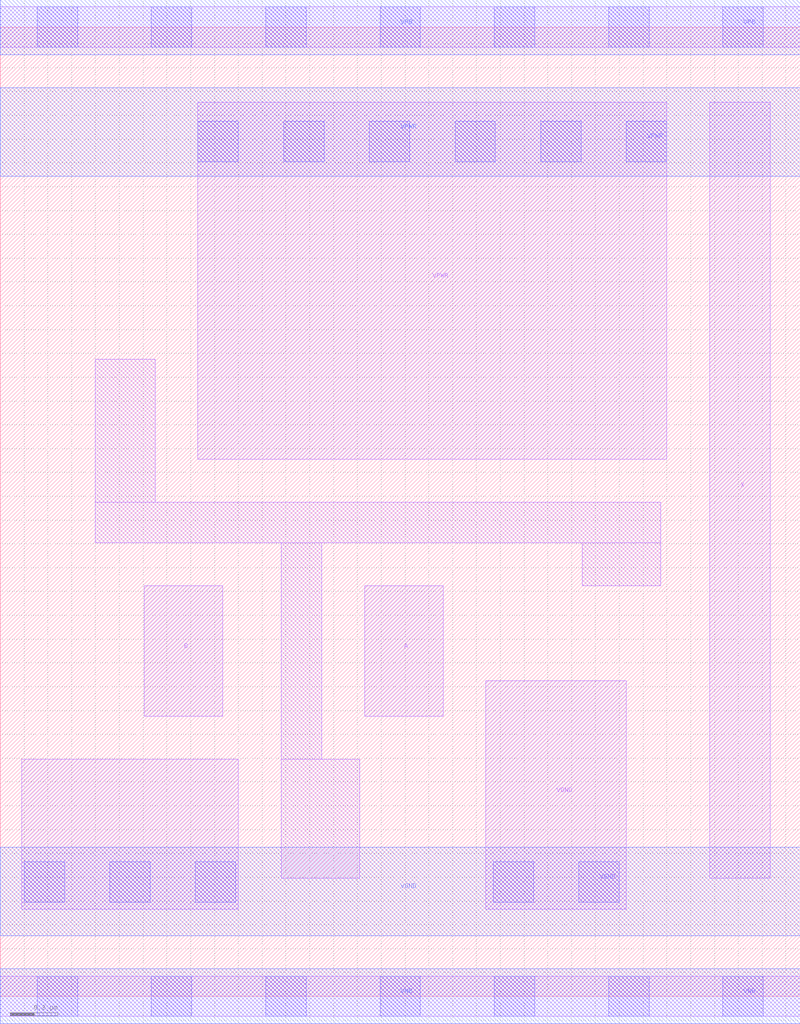
<source format=lef>
# Copyright 2020 The SkyWater PDK Authors
#
# Licensed under the Apache License, Version 2.0 (the "License");
# you may not use this file except in compliance with the License.
# You may obtain a copy of the License at
#
#     https://www.apache.org/licenses/LICENSE-2.0
#
# Unless required by applicable law or agreed to in writing, software
# distributed under the License is distributed on an "AS IS" BASIS,
# WITHOUT WARRANTIES OR CONDITIONS OF ANY KIND, either express or implied.
# See the License for the specific language governing permissions and
# limitations under the License.
#
# SPDX-License-Identifier: Apache-2.0

VERSION 5.7 ;
  NAMESCASESENSITIVE ON ;
  NOWIREEXTENSIONATPIN ON ;
  DIVIDERCHAR "/" ;
  BUSBITCHARS "[]" ;
UNITS
  DATABASE MICRONS 200 ;
END UNITS
MACRO sky130_fd_sc_hvl__or2_1
  CLASS CORE ;
  SOURCE USER ;
  FOREIGN sky130_fd_sc_hvl__or2_1 ;
  ORIGIN  0.000000  0.000000 ;
  SIZE  3.360000 BY  4.070000 ;
  SYMMETRY X Y ;
  SITE unithv ;
  PIN A
    ANTENNAGATEAREA  0.420000 ;
    DIRECTION INPUT ;
    USE SIGNAL ;
    PORT
      LAYER li1 ;
        RECT 1.530000 1.175000 1.860000 1.725000 ;
    END
  END A
  PIN B
    ANTENNAGATEAREA  0.420000 ;
    DIRECTION INPUT ;
    USE SIGNAL ;
    PORT
      LAYER li1 ;
        RECT 0.605000 1.175000 0.935000 1.725000 ;
    END
  END B
  PIN X
    ANTENNADIFFAREA  0.641250 ;
    DIRECTION OUTPUT ;
    USE SIGNAL ;
    PORT
      LAYER li1 ;
        RECT 2.980000 0.495000 3.235000 3.755000 ;
    END
  END X
  PIN VGND
    DIRECTION INOUT ;
    USE GROUND ;
    PORT
      LAYER li1 ;
        RECT 0.090000 0.365000 1.000000 0.995000 ;
        RECT 2.040000 0.365000 2.630000 1.325000 ;
      LAYER mcon ;
        RECT 0.100000 0.395000 0.270000 0.565000 ;
        RECT 0.460000 0.395000 0.630000 0.565000 ;
        RECT 0.820000 0.395000 0.990000 0.565000 ;
        RECT 2.070000 0.395000 2.240000 0.565000 ;
        RECT 2.430000 0.395000 2.600000 0.565000 ;
      LAYER met1 ;
        RECT 0.000000 0.255000 3.360000 0.625000 ;
    END
  END VGND
  PIN VNB
    DIRECTION INOUT ;
    USE GROUND ;
    PORT
      LAYER li1 ;
        RECT 0.000000 -0.085000 3.360000 0.085000 ;
      LAYER mcon ;
        RECT 0.155000 -0.085000 0.325000 0.085000 ;
        RECT 0.635000 -0.085000 0.805000 0.085000 ;
        RECT 1.115000 -0.085000 1.285000 0.085000 ;
        RECT 1.595000 -0.085000 1.765000 0.085000 ;
        RECT 2.075000 -0.085000 2.245000 0.085000 ;
        RECT 2.555000 -0.085000 2.725000 0.085000 ;
        RECT 3.035000 -0.085000 3.205000 0.085000 ;
      LAYER met1 ;
        RECT 0.000000 -0.115000 3.360000 0.115000 ;
    END
  END VNB
  PIN VPB
    DIRECTION INOUT ;
    USE POWER ;
    PORT
      LAYER li1 ;
        RECT 0.000000 3.985000 3.360000 4.155000 ;
      LAYER mcon ;
        RECT 0.155000 3.985000 0.325000 4.155000 ;
        RECT 0.635000 3.985000 0.805000 4.155000 ;
        RECT 1.115000 3.985000 1.285000 4.155000 ;
        RECT 1.595000 3.985000 1.765000 4.155000 ;
        RECT 2.075000 3.985000 2.245000 4.155000 ;
        RECT 2.555000 3.985000 2.725000 4.155000 ;
        RECT 3.035000 3.985000 3.205000 4.155000 ;
      LAYER met1 ;
        RECT 0.000000 3.955000 3.360000 4.185000 ;
    END
  END VPB
  PIN VPWR
    DIRECTION INOUT ;
    USE POWER ;
    PORT
      LAYER li1 ;
        RECT 0.830000 2.255000 2.800000 3.755000 ;
      LAYER mcon ;
        RECT 0.830000 3.505000 1.000000 3.675000 ;
        RECT 1.190000 3.505000 1.360000 3.675000 ;
        RECT 1.550000 3.505000 1.720000 3.675000 ;
        RECT 1.910000 3.505000 2.080000 3.675000 ;
        RECT 2.270000 3.505000 2.440000 3.675000 ;
        RECT 2.630000 3.505000 2.800000 3.675000 ;
      LAYER met1 ;
        RECT 0.000000 3.445000 3.360000 3.815000 ;
    END
  END VPWR
  OBS
    LAYER li1 ;
      RECT 0.400000 1.905000 2.775000 2.075000 ;
      RECT 0.400000 2.075000 0.650000 2.675000 ;
      RECT 1.180000 0.495000 1.510000 0.995000 ;
      RECT 1.180000 0.995000 1.350000 1.905000 ;
      RECT 2.445000 1.725000 2.775000 1.905000 ;
  END
END sky130_fd_sc_hvl__or2_1

</source>
